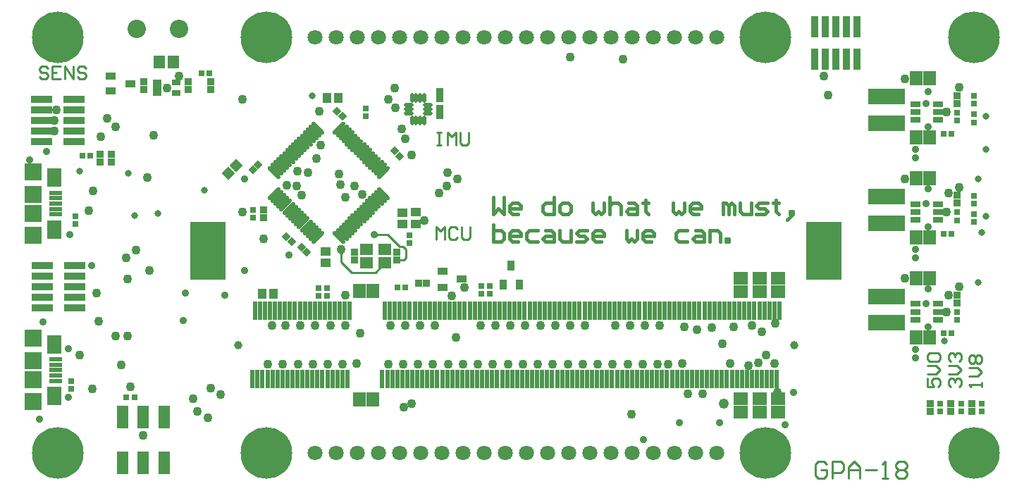
<source format=gbr>
%FSDAX33Y33*%
%MOMM*%
%SFA1B1*%

%IPPOS*%
%AMD38*
4,1,4,-0.812800,0.033020,0.033020,-0.812800,0.812800,-0.033020,-0.033020,0.812800,-0.812800,0.033020,0.0*
%
%AMD39*
4,1,4,-0.591820,0.000000,0.000000,-0.591820,0.591820,0.000000,0.000000,0.591820,-0.591820,0.000000,0.0*
%
%AMD40*
4,1,4,-0.017780,-0.548640,0.548640,0.017780,0.017780,0.548640,-0.548640,-0.017780,-0.017780,-0.548640,0.0*
%
%AMD41*
4,1,4,0.000000,0.591820,-0.591820,0.000000,0.000000,-0.591820,0.591820,0.000000,0.000000,0.591820,0.0*
%
%AMD48*
4,1,4,0.000000,-0.591820,0.591820,0.000000,0.000000,0.591820,-0.591820,0.000000,0.000000,-0.591820,0.0*
%
%AMD49*
4,1,4,0.353060,-0.708660,0.708660,-0.353060,-0.353060,0.708660,-0.708660,0.353060,0.353060,-0.708660,0.0*
1,1,0.503199,0.530860,-0.530860*
1,1,0.503199,-0.530860,0.530860*
%
%AMD50*
4,1,4,-0.708660,-0.353060,-0.353060,-0.708660,0.708660,0.353060,0.353060,0.708660,-0.708660,-0.353060,0.0*
1,1,0.503199,-0.530860,-0.530860*
1,1,0.503199,0.530860,0.530860*
%
%ADD26C,0.381000*%
%ADD27C,0.254000*%
%ADD28R,0.753199X0.803199*%
%ADD29R,0.843201X0.843201*%
%ADD30R,1.153201X0.853201*%
%ADD31R,0.853201X1.153201*%
%ADD32R,0.803199X0.753199*%
%ADD33R,0.963201X2.603200*%
%ADD34R,1.203201X0.803199*%
%ADD35R,1.503200X1.653200*%
%ADD36R,4.423199X1.933199*%
%ADD37R,1.653200X1.503200*%
G04~CAMADD=38~9~0.0~0.0~473.7~434.3~0.0~0.0~0~0.0~0.0~0.0~0.0~0~0.0~0.0~0.0~0.0~0~0.0~0.0~0.0~135.0~640.0~639.0*
%ADD38D38*%
G04~CAMADD=39~10~0.0~332.0~0.0~0.0~0.0~0.0~0~0.0~0.0~0.0~0.0~0~0.0~0.0~0.0~0.0~0~0.0~0.0~0.0~135.0~466.0~465.0*
%ADD39D39*%
G04~CAMADD=40~9~0.0~0.0~316.2~296.5~0.0~0.0~0~0.0~0.0~0.0~0.0~0~0.0~0.0~0.0~0.0~0~0.0~0.0~0.0~225.0~432.0~431.0*
%ADD40D40*%
G04~CAMADD=41~10~0.0~332.0~0.0~0.0~0.0~0.0~0~0.0~0.0~0.0~0.0~0~0.0~0.0~0.0~0.0~0~0.0~0.0~0.0~45.0~466.0~465.0*
%ADD41D41*%
%ADD42R,1.203201X1.103201*%
%ADD43R,1.103201X1.203201*%
%ADD44R,1.183201X0.993201*%
%ADD45R,1.603200X1.403200*%
%ADD46O,1.153201X0.453200*%
%ADD47O,0.453200X1.153201*%
G04~CAMADD=48~10~0.0~332.0~0.0~0.0~0.0~0.0~0~0.0~0.0~0.0~0.0~0~0.0~0.0~0.0~0.0~0~0.0~0.0~0.0~225.0~466.0~465.0*
%ADD48D48*%
G04~CAMADD=49~3~0.0~0.0~198.1~788.7~0.0~0.0~0~0.0~0.0~0.0~0.0~0~0.0~0.0~0.0~0.0~0~0.0~0.0~0.0~225.0~616.0~616.0*
%ADD49D49*%
G04~CAMADD=50~3~0.0~0.0~198.1~788.7~0.0~0.0~0~0.0~0.0~0.0~0.0~0~0.0~0.0~0.0~0.0~0~0.0~0.0~0.0~135.0~616.0~616.0*
%ADD50D50*%
%ADD51R,0.553199X2.203201*%
%ADD52R,4.203200X7.003199*%
%ADD53R,1.353200X1.603200*%
%ADD54R,1.103201X0.653199*%
%ADD55R,1.553200X0.603199*%
%ADD56R,1.803199X2.303201*%
%ADD57R,2.103199X2.003199*%
%ADD58R,1.403200X2.703200*%
%ADD59R,2.603200X0.963201*%
%ADD60C,1.219200*%
%ADD61C,6.203201*%
%ADD62C,1.803199*%
%ADD63C,1.003201*%
%ADD64C,2.203201*%
%ADD65C,0.803199*%
%ADD66C,1.103201*%
%ADD67C,0.903201*%
%LNgrb_top_solder-1*%
%LPD*%
G54D27*
X006787Y059143D02*
X007041Y058889D01*
X006787Y059397D02*
Y059143D01*
X007041Y058127D02*
X006787Y058381D01*
X007041Y058889D02*
X007549D01*
X007041Y059651D02*
X006787Y059397D01*
X007549Y058127D02*
X007041D01*
X007549Y058889D02*
X007803Y058635D01*
X007549Y059651D02*
X007041D01*
X007803Y058381D02*
X007549Y058127D01*
X007803Y058635D02*
Y058381D01*
Y059397D02*
X007549Y059651D01*
X008311Y058127D02*
X009326D01*
X008311Y058889D02*
X008819D01*
X008311Y059651D02*
Y058127D01*
X009326Y059651D02*
X008311D01*
X009834Y058127D02*
Y059651D01*
X010850Y058127D01*
Y059651D01*
X011358Y059143D02*
X011612Y058889D01*
X011358Y059397D02*
Y059143D01*
X011612Y058127D02*
X011358Y058381D01*
X011612Y058889D02*
X012120D01*
X011612Y059651D02*
X011358Y059397D01*
X012120Y058127D02*
X011612D01*
X012120Y058889D02*
X012373Y058635D01*
X012120Y059651D02*
X011612D01*
X012373Y058381D02*
X012120Y058127D01*
X012373Y058635D02*
Y058381D01*
Y059397D02*
X012120Y059651D01*
X042987Y036127D02*
Y037627D01*
Y036127D02*
X044237Y034877D01*
X047115D01*
X046987Y039378D02*
X048591D01*
X047115Y034877D02*
X048267Y036029D01*
X048591Y039378D02*
X050023Y037945D01*
X049707Y036369D02*
X050479D01*
X050023Y037945D02*
X050419D01*
X050737Y037627D01*
X050479Y036369D02*
X050737Y036627D01*
Y037627D01*
X054387Y038827D02*
Y040351D01*
X054895Y039843D01*
X054487Y050127D02*
X054995D01*
X054487Y051651D02*
X054995D01*
X054741Y050127D02*
X054487D01*
X054741Y051651D02*
Y050127D01*
X054895Y039843D02*
X055403Y040351D01*
X054995Y051651D02*
X054741D01*
X055403Y040351D02*
Y038827D01*
X055757Y050127D02*
Y051651D01*
X056265Y051143D01*
X055911Y039081D02*
X056165Y038827D01*
X055911Y040097D02*
Y039081D01*
X056165Y038827D02*
X056673D01*
X056165Y040351D02*
X055911Y040097D01*
X056265Y051143D02*
X056773Y051651D01*
X056673Y038827D02*
X056926Y039081D01*
X056673Y040351D02*
X056165D01*
X056773Y051651D02*
Y050127D01*
X056926Y040097D02*
X056673Y040351D01*
X057280Y050381D02*
X057534Y050127D01*
X057280Y051651D02*
Y050381D01*
X057434Y039081D02*
X057688Y038827D01*
X057434Y040351D02*
Y039081D01*
X057534Y050127D02*
X058042D01*
X057688Y038827D02*
X058196D01*
X058042Y050127D02*
X058296Y050381D01*
X058196Y038827D02*
X058450Y039081D01*
X058296Y050381D02*
Y051651D01*
X058450Y039081D02*
Y040351D01*
G54D26*
X061239Y038582D02*
X062239D01*
X061239Y040581D02*
Y038582D01*
Y041896D02*
X061905Y042562D01*
X061239Y043895D02*
Y041896D01*
X061905Y042562D02*
X062572Y041896D01*
X062239Y038582D02*
X062572Y038915D01*
X062239Y039915D02*
X061239D01*
X062572Y038915D02*
Y039249D01*
Y039582D01*
X062239Y039915D01*
X062572Y041896D02*
Y043895D01*
X063238Y038915D02*
Y039582D01*
X063571Y039915D01*
X063238Y042229D02*
Y042895D01*
X063571Y043229D01*
Y038582D02*
X063238Y038915D01*
X063571Y039915D02*
X064238D01*
X063571Y041896D02*
X063238Y042229D01*
X063571Y043229D02*
X064238D01*
Y038582D02*
X063571D01*
X064238Y039915D02*
X064571Y039582D01*
X064238Y041896D02*
X063571D01*
X064238Y043229D02*
X064571Y042895D01*
Y039249D02*
X063238D01*
X064571Y039582D02*
Y039249D01*
Y042562D02*
X063238D01*
X064571Y042895D02*
Y042562D01*
X065238Y038915D02*
X065571Y038582D01*
X065238Y039582D02*
Y038915D01*
X065571Y038582D02*
X066571D01*
X065571Y039915D02*
X065238Y039582D01*
X066571Y039915D02*
X065571D01*
X067237Y038915D02*
X067570Y039249D01*
X067237Y042229D02*
Y042895D01*
X067570Y043229D01*
Y038582D02*
X067237Y038915D01*
X067570Y039249D02*
X068570D01*
X067570Y039915D02*
X068237D01*
X067570Y041896D02*
X067237Y042229D01*
X067570Y043229D02*
X068570D01*
X068237Y039915D02*
X068570Y039582D01*
Y038582D02*
X067570D01*
X068570Y039582D02*
Y038582D01*
Y041896D02*
X067570D01*
X068570Y043895D02*
Y041896D01*
X069236Y038915D02*
X069570Y038582D01*
X069236Y039915D02*
Y038915D01*
Y042229D02*
X069570Y041896D01*
X069236Y042895D02*
Y042229D01*
X069570Y038582D02*
X070569D01*
X069570Y041896D02*
X070236D01*
X069570Y043229D02*
X069236Y042895D01*
X070236Y041896D02*
X070569Y042229D01*
X070236Y043229D02*
X069570D01*
X070569Y038582D02*
Y039915D01*
Y042229D02*
Y042895D01*
X070236Y043229D01*
X071236Y038582D02*
X072235D01*
X071236Y039582D02*
X071569Y039915D01*
Y039249D02*
X071236Y039582D01*
X071569Y039915D02*
X072569D01*
X072235Y038582D02*
X072569Y038915D01*
X072235Y039249D02*
X071569D01*
X072569Y038915D02*
X072235Y039249D01*
X073235Y038915D02*
Y039582D01*
X073568Y039915D01*
X073235Y042229D02*
X073568Y041896D01*
X073235Y043229D02*
Y042229D01*
X073568Y038582D02*
X073235Y038915D01*
X073568Y039915D02*
X074235D01*
X073568Y041896D02*
X073901Y042229D01*
X074235Y041896D01*
Y038582D02*
X073568D01*
X074235Y039915D02*
X074568Y039582D01*
X074235Y041896D02*
X074568Y042229D01*
Y039249D02*
X073235D01*
X074568Y039582D02*
Y039249D01*
Y042229D02*
Y043229D01*
X075234Y041896D02*
Y042895D01*
X075568Y043229D01*
X075234Y043895D02*
Y041896D01*
X075568Y043229D02*
X076234D01*
X076567Y042895D01*
Y041896D01*
X077234Y038915D02*
X077567Y038582D01*
X077234Y039915D02*
Y038915D01*
Y042229D02*
X077567Y042562D01*
Y038582D02*
X077900Y038915D01*
X077567Y041896D02*
X077234Y042229D01*
X077567Y042562D02*
X078567D01*
X077567Y043229D02*
X078233D01*
X077900Y038915D02*
X078233Y038582D01*
X078567Y038915D01*
X078233Y043229D02*
X078567Y042895D01*
Y038915D02*
Y039915D01*
Y041896D02*
X077567D01*
X078567Y042895D02*
Y041896D01*
X079233Y038915D02*
Y039582D01*
X079566Y039915D01*
X079233Y043229D02*
X079900D01*
X079566Y038582D02*
X079233Y038915D01*
X079566Y039915D02*
X080233D01*
X079566Y042229D02*
X079900Y041896D01*
X079566Y043229D02*
X079233D01*
X079566D02*
Y042229D01*
Y043562D02*
Y043229D01*
X079900D02*
X079566D01*
X080233Y038582D02*
X079566D01*
X080233Y039915D02*
X080566Y039582D01*
Y039249D02*
X079233D01*
X080566Y039582D02*
Y039249D01*
X082899Y042229D02*
X083232Y041896D01*
X082899Y043229D02*
Y042229D01*
X083232Y041896D02*
X083565Y042229D01*
X083232Y038915D02*
X083565Y038582D01*
X083232Y039582D02*
Y038915D01*
X083565Y042229D02*
X083898Y041896D01*
X083565Y038582D02*
X084565D01*
X083565Y039915D02*
X083232Y039582D01*
X083898Y041896D02*
X084231Y042229D01*
Y043229D01*
X084565Y039915D02*
X083565D01*
X084898Y042229D02*
Y042895D01*
X085231Y043229D01*
Y041896D02*
X084898Y042229D01*
X085231Y043229D02*
X085898D01*
X085231Y038915D02*
X085564Y039249D01*
Y038582D02*
X085231Y038915D01*
X085564Y039249D02*
X086564D01*
X085564Y039915D02*
X086231D01*
X085898Y041896D02*
X085231D01*
X085898Y043229D02*
X086231Y042895D01*
Y042562D02*
X084898D01*
X086231Y042895D02*
Y042562D01*
X086231Y039915D02*
X086564Y039582D01*
Y038582D02*
X085564D01*
X086564Y039582D02*
Y038582D01*
X087231D02*
Y039915D01*
X088230D01*
X088563Y039582D01*
Y038582D01*
X088897Y041896D02*
Y043229D01*
X089230D01*
X089563Y042895D01*
X089230Y038582D02*
Y038915D01*
X089563D01*
Y041896D02*
Y042895D01*
Y041896D01*
Y042895D02*
X089896Y043229D01*
X089563Y038582D02*
X089230D01*
X089563Y038915D02*
Y038582D01*
X089896Y043229D02*
X090230Y042895D01*
Y041896D01*
X090896Y042229D02*
X091229Y041896D01*
X090896Y043229D02*
Y042229D01*
X091229Y041896D02*
X092229D01*
Y043229D01*
X092895Y041896D02*
X093895D01*
X092895Y042895D02*
X093229Y043229D01*
Y042562D02*
X092895Y042895D01*
X093229Y043229D02*
X094228D01*
X093895Y041896D02*
X094228Y042229D01*
X093895Y042562D02*
X093229D01*
X094228Y042229D02*
X093895Y042562D01*
X094895Y043229D02*
X095561D01*
X095228Y042229D02*
X095561Y041896D01*
X095228Y043229D02*
X094895D01*
X095228D02*
Y042229D01*
Y043562D02*
Y043229D01*
X095561D02*
X095228D01*
X096894Y041562D02*
X096561Y041229D01*
X096894Y041562D02*
X097227Y041896D01*
X096894D02*
X097227D01*
X096894Y042229D02*
Y041896D01*
X097227D02*
X096894Y041562D01*
X097227Y041896D02*
Y042229D01*
X096894D01*
G54D27*
X099987Y010461D02*
X100321Y010127D01*
X099987Y011794D02*
Y010461D01*
X100321Y010127D02*
X100987D01*
X100321Y012127D02*
X099987Y011794D01*
X100987Y010127D02*
X101320Y010461D01*
X100987Y012127D02*
X100321D01*
X101320Y010461D02*
Y011127D01*
X100654D01*
X101320Y011794D02*
X100987Y012127D01*
X101987Y010127D02*
Y012127D01*
X102986D01*
Y010794D02*
X101987D01*
X102986Y012127D02*
X103320Y011794D01*
Y011127D02*
X102986Y010794D01*
X103320Y011794D02*
Y011127D01*
X103986Y010127D02*
Y011460D01*
X104652Y012127D01*
X105319Y011460D01*
Y010127D02*
Y011127D01*
X103986D01*
X105319Y011460D02*
Y010127D01*
X105985Y011127D02*
X107318D01*
X107985Y010127D02*
X108651D01*
X108318D02*
Y012127D01*
X107985Y011794D01*
X108651Y010127D02*
X108318D01*
X109651Y010461D02*
Y010794D01*
X109984Y011127D01*
X109651Y011460D02*
Y011794D01*
X109984Y012127D01*
Y010127D02*
X109651Y010461D01*
X109984Y011127D02*
X109651Y011460D01*
X109984Y011127D02*
X110651D01*
X109984Y012127D02*
X110651D01*
Y010127D02*
X109984D01*
X110651Y011127D02*
X110984Y010794D01*
X110651Y012127D02*
X110984Y011794D01*
Y010461D02*
X110651Y010127D01*
X110984Y010794D02*
Y010461D01*
Y011460D02*
X110651Y011127D01*
X110984Y011794D02*
Y011460D01*
X113464Y021127D02*
X114226D01*
X113464Y022143D02*
Y021127D01*
Y022651D02*
X114479D01*
X113464Y024428D02*
Y024936D01*
X113718Y025190D01*
Y024175D02*
X113464Y024428D01*
X113718Y025190D02*
X114733D01*
X113972Y021635D02*
Y021889D01*
X114226Y022143D01*
Y021127D02*
X113972Y021635D01*
X114226Y022143D02*
X114733D01*
X114479Y022651D02*
X114987Y023159D01*
X114479Y023667D02*
X113464D01*
X114733Y022143D02*
X114987Y021889D01*
X114733Y024175D02*
X113718D01*
X114733Y025190D02*
X114987Y024936D01*
Y021381D02*
X114733Y021127D01*
X114987Y021889D02*
Y021381D01*
Y023159D02*
X114479Y023667D01*
X114987Y024428D02*
X114733Y024175D01*
X114987Y024936D02*
Y024428D01*
X115964Y021381D02*
Y021889D01*
X116218Y022143D01*
X115964Y022651D02*
X116979D01*
X115964Y024428D02*
Y024936D01*
X116218Y025190D01*
Y021127D02*
X115964Y021381D01*
X116218Y022143D02*
X116472D01*
X116218Y024175D02*
X115964Y024428D01*
X116218Y025190D02*
X116472D01*
Y022143D02*
X116726Y021889D01*
X116472Y025190D02*
X116726Y024936D01*
Y021635D02*
Y021889D01*
Y021635D01*
Y021889D02*
X116979Y022143D01*
X116726Y024682D02*
Y024936D01*
Y024682D01*
Y024936D02*
X116979Y025190D01*
Y022143D02*
X117233D01*
X116979Y022651D02*
X117487Y023159D01*
X116979Y023667D02*
X115964D01*
X116979Y025190D02*
X117233D01*
Y022143D02*
X117487Y021889D01*
X117233Y025190D02*
X117487Y024936D01*
Y021381D02*
X117233Y021127D01*
X117487Y021889D02*
Y021381D01*
Y023159D02*
X116979Y023667D01*
X117487Y024428D02*
X117233Y024175D01*
X117487Y024936D02*
Y024428D01*
X118464Y021381D02*
X118718Y021127D01*
X118464Y022397D02*
X119479D01*
X118464Y024175D02*
Y024682D01*
X118718Y024936D01*
Y023921D02*
X118464Y024175D01*
X118718Y024936D02*
X118972D01*
Y023921D02*
X118718D01*
X118972Y024936D02*
X119226Y024682D01*
Y024175D02*
X118972Y023921D01*
X119226Y024175D02*
Y024682D01*
X119479Y024936D01*
Y022397D02*
X119987Y022905D01*
X119479Y023413D02*
X118464D01*
X119479Y023921D02*
X119226Y024175D01*
X119479Y024936D02*
X119733D01*
Y023921D02*
X119479D01*
X119733Y024936D02*
X119987Y024682D01*
Y021127D02*
Y021635D01*
Y021381D02*
X118464D01*
X119987Y021635D02*
Y021381D01*
Y022905D02*
X119479Y023413D01*
X119987Y024175D02*
X119733Y023921D01*
X119987Y024682D02*
Y024175D01*
G54D57*
X005987Y019327D03*
Y021977D03*
Y024277D03*
Y026927D03*
Y039327D03*
Y041977D03*
Y044277D03*
Y046927D03*
G54D59*
X007037Y050587D03*
D03*
Y051857D03*
Y053127D03*
Y054397D03*
Y055667D03*
X007087Y030588D03*
D03*
Y031858D03*
Y033128D03*
Y034398D03*
Y035668D03*
G54D56*
X008537Y020028D03*
Y026227D03*
Y040027D03*
Y046228D03*
G54D55*
X008662Y021827D03*
Y022477D03*
Y023127D03*
Y023777D03*
Y024427D03*
Y041827D03*
Y042477D03*
Y043127D03*
Y043777D03*
Y044427D03*
G54D61*
X008987Y013127D03*
Y063127D03*
G54D32*
X010591Y020860D03*
Y021810D03*
G54D59*
X010937Y050587D03*
Y051857D03*
Y053127D03*
Y054397D03*
Y055667D03*
X010987Y030588D03*
Y031858D03*
Y033128D03*
Y034398D03*
Y035668D03*
G54D32*
X011099Y040672D03*
Y041622D03*
G54D28*
X011912Y048927D03*
X012862D03*
G54D29*
X013987Y048168D03*
Y049087D03*
G54D30*
X015288Y056657D03*
Y058457D03*
G54D29*
X015387Y048168D03*
Y049087D03*
G54D58*
X016727Y011981D03*
Y017481D03*
G54D28*
X017195Y019812D03*
G54D30*
X017638Y057557D03*
G54D28*
X018145Y019812D03*
G54D64*
X018447Y064127D03*
G54D58*
X019227Y011981D03*
Y017481D03*
G54D29*
X019257Y056843D03*
Y057763D03*
G54D54*
X020926Y056399D03*
Y057049D03*
Y057699D03*
G54D53*
X021137Y060127D03*
G54D58*
X021727Y011981D03*
Y017481D03*
G54D53*
X022837Y060127D03*
G54D54*
X023176Y056399D03*
Y057699D03*
G54D64*
X023527Y064127D03*
G54D29*
X024591Y056843D03*
Y057763D03*
G54D28*
X026203Y058801D03*
G54D52*
X026987Y037427D03*
G54D28*
X027153Y058801D03*
G54D29*
X027287Y056842D03*
Y057762D03*
G54D38*
X029418Y046766D03*
X030373Y047721D03*
G54D63*
X030587Y026127D03*
G54D51*
X032337Y022027D03*
G54D39*
X032364Y047172D03*
G54D32*
X032427Y041402D03*
Y042353D03*
G54D51*
X032637Y030227D03*
X032937Y022027D03*
G54D39*
X033015Y047823D03*
G54D51*
X033237Y030227D03*
X033537Y022027D03*
G54D43*
X033538Y032258D03*
G54D29*
X033697Y041418D03*
Y042337D03*
G54D51*
X033837Y030227D03*
G54D61*
X033987Y013127D03*
Y063127D03*
G54D51*
X034137Y022027D03*
X034437Y030227D03*
X034737Y022027D03*
G54D43*
X034888Y032258D03*
G54D49*
X034911Y046900D03*
G54D50*
X034911Y044355D03*
G54D51*
X035037Y030227D03*
G54D50*
X035265Y044001D03*
G54D49*
X035265Y047254D03*
G54D51*
X035337Y022027D03*
G54D50*
X035618Y043648D03*
G54D49*
X035618Y047607D03*
G54D51*
X035637Y030227D03*
X035937Y022027D03*
G54D50*
X035972Y043294D03*
G54D49*
X035972Y047961D03*
G54D51*
X036237Y030227D03*
G54D50*
X036325Y042940D03*
G54D49*
X036325Y048314D03*
G54D40*
X036417Y039197D03*
G54D51*
X036537Y022027D03*
G54D49*
X036679Y048668D03*
G54D50*
X036679Y042587D03*
G54D51*
X036837Y030227D03*
G54D50*
X037033Y042233D03*
G54D49*
X037033Y049022D03*
G54D40*
X037089Y038526D03*
G54D51*
X037137Y022027D03*
G54D50*
X037386Y041880D03*
G54D49*
X037386Y049375D03*
G54D51*
X037437Y030227D03*
X037737Y022027D03*
G54D50*
X037740Y041526D03*
G54D49*
X037740Y049729D03*
G54D51*
X038037Y030227D03*
G54D50*
X038093Y041173D03*
G54D49*
X038093Y050082D03*
G54D41*
X038206Y037917D03*
G54D51*
X038337Y022027D03*
G54D49*
X038447Y050436D03*
G54D50*
X038447Y040819D03*
G54D51*
X038637Y030227D03*
G54D50*
X038800Y040466D03*
G54D49*
X038800Y050789D03*
G54D41*
X038857Y037266D03*
G54D51*
X038937Y022027D03*
G54D50*
X039154Y040112D03*
G54D49*
X039154Y051143D03*
G54D51*
X039237Y030227D03*
G54D50*
X039507Y039759D03*
G54D49*
X039507Y051496D03*
G54D51*
X039537Y022027D03*
X039837Y030227D03*
G54D62*
X039857Y013127D03*
Y063127D03*
G54D50*
X039861Y039405D03*
G54D49*
X039861Y051850D03*
G54D51*
X040137Y022027D03*
G54D50*
X040215Y039051D03*
G54D49*
X040215Y052204D03*
G54D32*
X040309Y032036D03*
Y032986D03*
G54D51*
X040437Y030227D03*
X040737Y022027D03*
X041037Y030227D03*
G54D42*
X041087Y036052D03*
Y037402D03*
G54D43*
X041312Y055827D03*
G54D32*
X041325Y032036D03*
Y032986D03*
G54D51*
X041337Y022027D03*
X041637Y030227D03*
X041937Y022027D03*
X042237Y030227D03*
G54D62*
X042397Y013127D03*
Y063127D03*
G54D41*
X042462Y054253D03*
G54D51*
X042537Y022027D03*
G54D43*
X042662Y055827D03*
G54D49*
X042760Y039051D03*
G54D50*
X042760Y052204D03*
G54D51*
X042837Y030227D03*
G54D41*
X043113Y053602D03*
G54D49*
X043114Y039405D03*
G54D50*
X043114Y051850D03*
G54D51*
X043137Y022027D03*
X043437Y030227D03*
G54D49*
X043467Y039759D03*
G54D50*
X043467Y051496D03*
G54D51*
X043737Y022027D03*
G54D49*
X043821Y040112D03*
G54D50*
X043821Y051143D03*
G54D51*
X044037Y030227D03*
G54D49*
X044174Y040466D03*
G54D50*
X044174Y050789D03*
G54D49*
X044528Y040819D03*
G54D50*
X044528Y050436D03*
G54D29*
X044627Y036369D03*
Y037289D03*
G54D49*
X044881Y041173D03*
G54D50*
X044881Y050082D03*
G54D62*
X044937Y013127D03*
Y063127D03*
G54D35*
X045187Y019627D03*
Y032627D03*
G54D49*
X045235Y041526D03*
G54D50*
X045235Y049729D03*
G54D49*
X045589Y041880D03*
G54D50*
X045589Y049375D03*
G54D49*
X045942Y042233D03*
G54D50*
X045942Y049022D03*
G54D32*
X045987Y053652D03*
Y054602D03*
G54D45*
X046067Y036029D03*
Y037629D03*
G54D49*
X046296Y042587D03*
G54D50*
X046296Y048668D03*
G54D49*
X046649Y042940D03*
G54D50*
X046649Y048314D03*
G54D35*
X046787Y019627D03*
Y032627D03*
G54D49*
X047003Y043294D03*
G54D50*
X047003Y047961D03*
G54D49*
X047356Y043648D03*
G54D50*
X047356Y047607D03*
G54D62*
X047477Y013127D03*
Y063127D03*
G54D49*
X047710Y044001D03*
G54D50*
X047710Y047254D03*
G54D51*
X047937Y022027D03*
G54D49*
X048063Y044355D03*
G54D50*
X048063Y046900D03*
G54D51*
X048237Y030227D03*
G54D45*
X048267Y036029D03*
Y037629D03*
G54D51*
X048537Y022027D03*
X048837Y030227D03*
X049137Y022027D03*
G54D48*
X049382Y049474D03*
G54D51*
X049437Y030227D03*
G54D29*
X049707Y036369D03*
Y037289D03*
G54D51*
X049737Y022027D03*
G54D28*
X049740Y033020D03*
G54D62*
X050017Y013127D03*
Y063127D03*
G54D48*
X050033Y048823D03*
G54D51*
X050037Y030227D03*
G54D42*
X050336Y040702D03*
Y042053D03*
G54D51*
X050337Y022027D03*
X050637Y030227D03*
G54D28*
X050690Y033020D03*
G54D51*
X050937Y022027D03*
G54D46*
X051122Y053982D03*
Y054483D03*
Y054982D03*
G54D51*
X051237Y030227D03*
G54D32*
X051237Y038402D03*
Y039352D03*
G54D47*
X051497Y053107D03*
Y055857D03*
G54D51*
X051537Y022027D03*
X051837Y030227D03*
G54D44*
X051987Y040672D03*
Y042082D03*
G54D47*
X051997Y053107D03*
Y055857D03*
G54D51*
X052137Y022027D03*
G54D29*
X052295Y033528D03*
G54D51*
X052437Y030227D03*
G54D47*
X052497Y053107D03*
Y055857D03*
G54D62*
X052557Y013127D03*
Y063127D03*
G54D51*
X052737Y022027D03*
G54D47*
X052997Y053107D03*
Y055857D03*
G54D51*
X053037Y030227D03*
G54D29*
X053215Y033528D03*
G54D51*
X053337Y022027D03*
G54D46*
X053372Y053982D03*
Y054483D03*
Y054982D03*
G54D51*
X053637Y030227D03*
X053937Y022027D03*
X054237Y030227D03*
X054537Y022027D03*
X054837Y030227D03*
G54D29*
X054877Y053680D03*
Y054600D03*
Y055712D03*
Y056632D03*
G54D62*
X055097Y013127D03*
Y063127D03*
G54D30*
X055136Y033085D03*
Y034985D03*
G54D51*
X055137Y022027D03*
X055437Y030227D03*
X055737Y022027D03*
X056037Y030227D03*
X056337Y022027D03*
X056637Y030227D03*
X056937Y022027D03*
X057237Y030227D03*
G54D30*
X057486Y034036D03*
G54D51*
X057537Y022027D03*
G54D62*
X057637Y013127D03*
Y063127D03*
G54D51*
X057837Y030227D03*
X058137Y022027D03*
X058437Y030227D03*
X058737Y022027D03*
X059037Y030227D03*
X059337Y022027D03*
X059637Y030227D03*
G54D32*
X059867Y032290D03*
Y033240D03*
G54D51*
X059937Y022027D03*
G54D62*
X060177Y013127D03*
Y063127D03*
G54D51*
X060237Y030227D03*
X060537Y022027D03*
X060837Y030227D03*
G54D32*
X060883Y032290D03*
Y033240D03*
G54D51*
X061137Y022027D03*
X061437Y030227D03*
X061737Y022027D03*
X062037Y030227D03*
X062337Y022027D03*
G54D31*
X062473Y033368D03*
G54D51*
X062637Y030227D03*
G54D62*
X062717Y013127D03*
Y063127D03*
G54D51*
X062937Y022027D03*
X063237Y030227D03*
G54D31*
X063423Y035718D03*
G54D51*
X063537Y022027D03*
X063837Y030227D03*
X064137Y022027D03*
G54D31*
X064373Y033368D03*
G54D51*
X064437Y030227D03*
X064737Y022027D03*
X065037Y030227D03*
G54D62*
X065257Y013127D03*
Y063127D03*
G54D51*
X065337Y022027D03*
X065637Y030227D03*
X065937Y022027D03*
X066237Y030227D03*
X066537Y022027D03*
X066837Y030227D03*
X067137Y022027D03*
X067437Y030227D03*
X067737Y022027D03*
G54D62*
X067797Y013127D03*
Y063127D03*
G54D51*
X068037Y030227D03*
X068337Y022027D03*
X068637Y030227D03*
X068937Y022027D03*
X069237Y030227D03*
X069537Y022027D03*
X069837Y030227D03*
X070137Y022027D03*
G54D62*
X070337Y013127D03*
Y063127D03*
G54D51*
X070437Y030227D03*
X070737Y022027D03*
X071037Y030227D03*
X071337Y022027D03*
X071637Y030227D03*
X071937Y022027D03*
X072237Y030227D03*
X072537Y022027D03*
X072837Y030227D03*
G54D62*
X072877Y013127D03*
Y063127D03*
G54D51*
X073137Y022027D03*
X073437Y030227D03*
X073737Y022027D03*
X074037Y030227D03*
X074337Y022027D03*
X074637Y030227D03*
X074937Y022027D03*
X075237Y030227D03*
G54D62*
X075417Y013127D03*
Y063127D03*
G54D51*
X075537Y022027D03*
X075837Y030227D03*
X076137Y022027D03*
X076437Y030227D03*
X076737Y022027D03*
X077037Y030227D03*
X077337Y022027D03*
X077637Y030227D03*
X077937Y022027D03*
G54D62*
X077957Y013127D03*
Y063127D03*
G54D51*
X078237Y030227D03*
X078537Y022027D03*
X078837Y030227D03*
X079137Y022027D03*
X079437Y030227D03*
X079737Y022027D03*
X080037Y030227D03*
X080337Y022027D03*
G54D62*
X080497Y013127D03*
Y063127D03*
G54D51*
X080637Y030227D03*
X080937Y022027D03*
X081237Y030227D03*
X081537Y022027D03*
X081837Y030227D03*
X082137Y022027D03*
X082437Y030227D03*
X082737Y022027D03*
X083037Y030227D03*
G54D62*
X083037Y013127D03*
Y063127D03*
G54D51*
X083337Y022027D03*
X083637Y030227D03*
X083937Y022027D03*
X084237Y030227D03*
X084537Y022027D03*
X084837Y030227D03*
X085137Y022027D03*
X085437Y030227D03*
G54D62*
X085577Y013127D03*
Y063127D03*
G54D51*
X085737Y022027D03*
X086037Y030227D03*
X086337Y022027D03*
X086637Y030227D03*
X086937Y022027D03*
X087237Y030227D03*
X087537Y022027D03*
X087837Y030227D03*
G54D62*
X088117Y013127D03*
Y063127D03*
G54D51*
X088137Y022027D03*
X088437Y030227D03*
X088737Y022027D03*
G54D60*
X088987Y019127D03*
G54D51*
X089037Y030227D03*
X089337Y022027D03*
X089637Y030227D03*
X089937Y022027D03*
X090237Y030227D03*
X090537Y022027D03*
X090837Y030227D03*
G54D37*
X090987Y018077D03*
Y019677D03*
Y032577D03*
Y034177D03*
G54D51*
X091137Y022027D03*
X091437Y030227D03*
X091737Y022027D03*
X092037Y030227D03*
X092337Y022027D03*
X092637Y030227D03*
X092937Y022027D03*
X093237Y030227D03*
G54D37*
X093237Y018077D03*
Y019677D03*
Y032577D03*
Y034177D03*
G54D51*
X093537Y022027D03*
X093837Y030227D03*
G54D61*
X093987Y013127D03*
Y063127D03*
G54D51*
X094137Y022027D03*
X094437Y030227D03*
X094737Y022027D03*
X095037Y030227D03*
X095337Y022027D03*
G54D37*
X095487Y018077D03*
Y019677D03*
Y032577D03*
Y034177D03*
G54D51*
X095637Y030227D03*
G54D63*
X097387Y026127D03*
G54D33*
X099878Y060509D03*
Y064409D03*
D03*
G54D52*
X100987Y037427D03*
G54D33*
X101148Y060509D03*
Y064409D03*
X102418Y060509D03*
Y064409D03*
X103688Y060509D03*
Y064409D03*
X104958Y060509D03*
Y064409D03*
G54D36*
X108536Y028796D03*
Y031966D03*
Y040796D03*
Y043966D03*
Y052796D03*
Y055966D03*
G54D34*
X111987Y029177D03*
Y030127D03*
Y031077D03*
Y041177D03*
Y042127D03*
Y043077D03*
Y053177D03*
Y054127D03*
Y055077D03*
G54D35*
X112054Y027079D03*
Y034191D03*
Y039079D03*
Y046191D03*
Y051079D03*
Y058191D03*
X113654Y027079D03*
Y034191D03*
Y039079D03*
Y046191D03*
Y051079D03*
Y058191D03*
G54D29*
X113737Y018167D03*
Y019087D03*
G54D34*
X114737Y029177D03*
Y030127D03*
Y031077D03*
Y041177D03*
Y042127D03*
Y043077D03*
Y053177D03*
Y054127D03*
Y055077D03*
G54D32*
X114987Y018152D03*
Y019102D03*
G54D28*
X115376Y027519D03*
Y039519D03*
Y051519D03*
G54D29*
X116237Y018167D03*
Y019087D03*
G54D28*
X116326Y027519D03*
Y039519D03*
Y051519D03*
G54D32*
X117020Y029144D03*
Y030094D03*
G54D29*
X117020Y031191D03*
Y032112D03*
G54D32*
X117020Y041144D03*
Y042094D03*
G54D29*
X117020Y043191D03*
Y044112D03*
G54D32*
X117020Y053144D03*
Y054094D03*
G54D29*
X117020Y055191D03*
Y056111D03*
G54D32*
X117487Y018152D03*
Y019102D03*
G54D29*
X118737Y018167D03*
Y019087D03*
G54D61*
X118987Y013127D03*
G54D32*
X118987Y040902D03*
Y041852D03*
Y043152D03*
Y044102D03*
Y052902D03*
Y053852D03*
Y055152D03*
Y056102D03*
G54D61*
X118987Y063127D03*
G54D32*
X119987Y018152D03*
Y019102D03*
G36*
X047523Y039505D02*
Y039251D01*
X047237Y039132*
Y039622*
X047523Y039505*
G37*
G36*
X043114Y036926D02*
X042860D01*
X042672Y037306*
X043302*
X043114Y036926*
G37*
G54D67*
X005587Y048427D03*
X006787Y017227D03*
X007187Y028927D03*
X007587Y049427D03*
G54D66*
X008487Y051816D03*
Y053127D03*
X008813Y054356D03*
G54D67*
X010210Y019812D03*
Y025654D03*
X010387Y039427D03*
G54D66*
X011607Y024892D03*
G54D65*
X011607Y046990D03*
G54D66*
X012687Y042327D03*
G54D67*
X013004Y035687D03*
G54D66*
X013131Y020828D03*
X013187Y044627D03*
X013639Y032385D03*
X013893Y028956D03*
X014147Y051181D03*
X014909Y053340D03*
X015925Y027178D03*
Y052324D03*
X016560Y023749D03*
X017195Y036576D03*
X017322Y027178D03*
Y034036D03*
G54D65*
X017449Y046736D03*
G54D66*
X017703Y021082D03*
G54D65*
X018211Y041656D03*
G54D66*
X018387Y037527D03*
X019227Y015240D03*
X019737Y046228D03*
X019989Y035052D03*
X020497Y051308D03*
G54D65*
X021005Y041910D03*
G54D66*
X022051Y057049D03*
X023545Y058449D03*
G54D67*
X024053Y029083D03*
X024307Y032385D03*
G54D66*
X025196Y019685D03*
X025737Y018127D03*
G54D65*
X025987Y040127D03*
X026593Y044704D03*
G54D66*
X026987Y017377D03*
G54D65*
X026987Y037427D03*
G54D66*
X027355Y020955D03*
G54D65*
X027987Y040127D03*
G54D66*
X028498Y020193D03*
G54D67*
X029006Y032131D03*
G54D66*
X031157Y042131D03*
X031165Y055626D03*
G54D67*
X031419Y035052D03*
Y046101D03*
G54D66*
X033705Y038862D03*
X034201Y023807D03*
X034721Y028448D03*
X035979Y023807D03*
X036323Y028448D03*
X036487Y045377D03*
G54D67*
X036753Y036957D03*
G54D66*
X037642Y045212D03*
X037769Y046990D03*
X037845Y023807D03*
X038101Y028448D03*
X038202Y044163D03*
X038987Y046877D03*
G54D65*
X039487Y056127D03*
G54D66*
X039623Y023807D03*
X039879Y028448D03*
X039987Y048514D03*
X040359Y054229D03*
X040487Y050127D03*
X041401Y023807D03*
X041701Y028448D03*
X042703Y046727D03*
X042940Y045420D03*
X042987Y037627D03*
X043179Y023807D03*
X043479Y028448D03*
X043487Y032127D03*
Y043877D03*
X044615Y045255D03*
X044881Y023876D03*
X045262Y027559D03*
X045516Y044196D03*
G54D67*
X046987Y039378D03*
G54D66*
X048645Y023807D03*
X048691Y055626D03*
X048945Y028448D03*
X049453Y057023D03*
X049487Y054627D03*
X050237Y052127D03*
X050423Y023807D03*
X050487Y018627D03*
X050723Y028448D03*
Y050927D03*
X051409Y048945D03*
X051487Y019127D03*
X052201Y023807D03*
X052501Y028448D03*
X052987Y041127D03*
X053979Y023807D03*
X054279Y028448D03*
X054737Y044377D03*
X055676Y045212D03*
X055737Y046877D03*
X055845Y023807D03*
X056311Y032004D03*
X056819Y027051D03*
X056983Y046097D03*
X057623Y023807D03*
X057835Y033020D03*
X059401Y023807D03*
X059745Y028448D03*
X061179Y023807D03*
X061523Y028448D03*
X063045Y023807D03*
X063301Y028448D03*
X064823Y023807D03*
X065079Y028448D03*
X066601Y023807D03*
X066945Y028448D03*
X068379Y023807D03*
X068723Y028448D03*
X070245Y023807D03*
X070501Y028448D03*
X070535Y060706D03*
X072023Y023807D03*
X072279Y028448D03*
X073801Y023807D03*
X075579D03*
X075945Y028448D03*
X076885Y060452D03*
X077445Y023807D03*
X077723Y028448D03*
X077901Y017780D03*
X079223Y023807D03*
G54D67*
X079298Y014732D03*
G54D66*
X079501Y028448D03*
X081001Y023807D03*
X081279Y028448D03*
X082263Y023807D03*
G54D67*
X083616Y016764D03*
G54D66*
X083997Y023876D03*
X084258Y028321D03*
X084623Y020247D03*
X085779Y027943D03*
X086401Y020247D03*
X087553Y028194D03*
G54D67*
X088442Y016764D03*
G54D66*
X088823Y026289D03*
X089712Y023876D03*
X090174Y028321D03*
X091906Y023705D03*
X092333Y028448D03*
X093141Y024003D03*
X093545Y027686D03*
X094030Y024932D03*
X095046Y023876D03*
X095173Y028702D03*
X095427Y020447D03*
G54D67*
X096316Y016510D03*
X097332Y020447D03*
G54D65*
X099987Y035127D03*
Y040127D03*
X100987Y037427D03*
G54D66*
X101015Y058420D03*
X101523Y056134D03*
G54D65*
X101987Y035127D03*
Y040127D03*
G54D66*
X110737Y034127D03*
Y046128D03*
Y058127D03*
G54D67*
X111987Y024627D03*
Y025627D03*
Y036627D03*
Y037627D03*
Y048627D03*
Y049627D03*
X113237Y031127D03*
Y043127D03*
Y055127D03*
X113487Y028327D03*
Y032877D03*
Y040327D03*
Y044877D03*
Y052378D03*
Y056627D03*
G54D65*
X115487Y026627D03*
G54D66*
X115750Y030127D03*
Y042127D03*
Y054127D03*
X115987Y032127D03*
Y044377D03*
X117237Y033128D03*
Y045127D03*
Y057127D03*
G54D65*
X119487Y033627D03*
Y046128D03*
X119987Y039627D03*
X120487Y041627D03*
Y049627D03*
Y053627D03*
M02*
</source>
